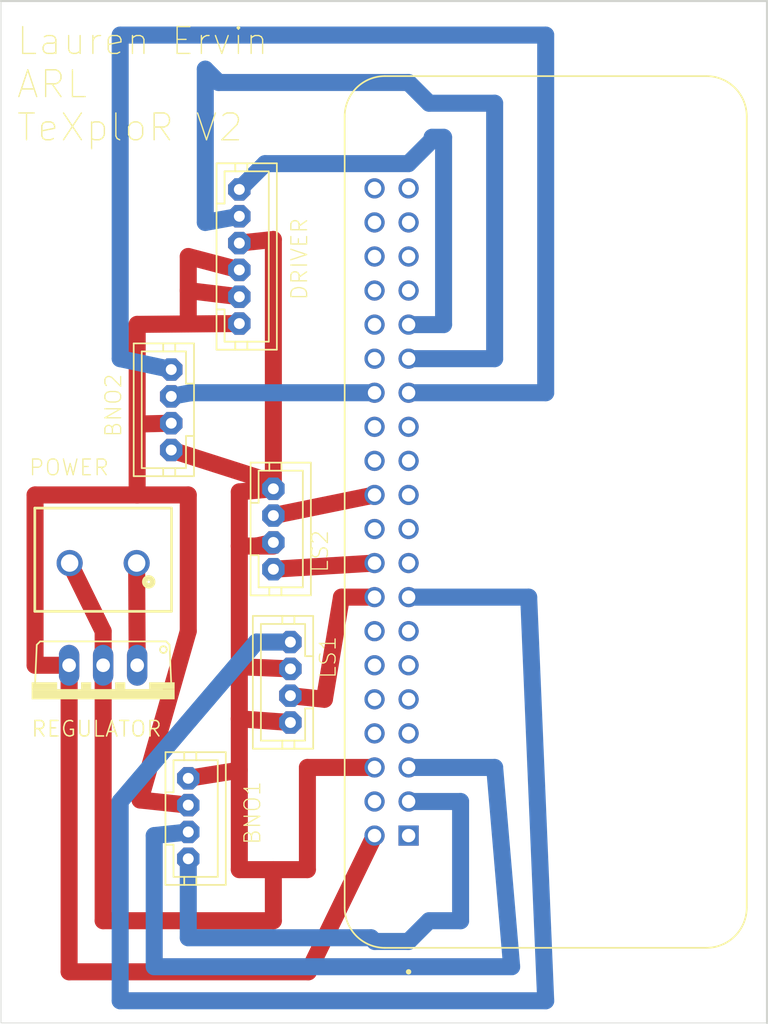
<source format=kicad_pcb>
(kicad_pcb (version 20240108) (generator "pcbnew") (generator_version "8.0")
  (layers (0 "F.Cu" signal) (31 "B.Cu" signal) (34 "B.Paste" user) (35 "F.Paste" user) (36 "B.SilkS" user "B.Silkscreen") (37 "F.SilkS" user "F.Silkscreen") (38 "B.Mask" user) (39 "F.Mask" user) (44 "Edge.Cuts" user))
  (net 0 "")
  (net 1 "3V3_1")
  (net 2 "5V_4")
  (net 3 "GND_9")
  (net 4 "GND_14")
  (net 5 "3V3_17")
  (net 6 "GND_20")
  (net 7 "GND_25")
  (net 8 "GND_30")
  (net 9 "GND_34")
  (net 10 "GND_39")
  (net 11 "VIN")
  (net 12 "5V")
  (net 13 "GND")
  (net 14 "SDA1")
  (net 15 "SCL1")
  (net 16 "SDA2")
  (net 17 "SCL2")
  (net 18 "DIR")
  (net 19 "STEP")
  (net 20 "GPIO22")
  (net 21 "GPIO23")
  (net 22 "GPIO24")
  (net 23 "GPIO25")
  (footprint "TeXploRV2:JST-PH6" (layer "F.Cu") (at 137.7061 85.9536 -90)
    (property "Reference" "DRIVER" (at -2.9536 -3.7939 90) (layer "F.SilkS") (effects (font (size 1.176528 1.176528) (thickness 0.093472)) (justify right top)))
    (property "Value" "" (hide yes))
    (fp_line (start -6.95 1.7) (end -3.95 1.7) (stroke (width 0.127)) (layer "F.SilkS"))
    (fp_line (start -3.95 1.7) (end 3.95 1.7) (stroke (width 0.127)) (layer "F.SilkS"))
    (fp_line (start 3.95 1.7) (end 6.95 1.7) (stroke (width 0.127)) (layer "F.SilkS"))
    (fp_line (start -6.35 1.1) (end -3.95 1.1) (stroke (width 0.127)) (layer "F.SilkS"))
    (fp_line (start -3.95 1.1) (end -3.95 1.7) (stroke (width 0.127)) (layer "F.SilkS"))
    (fp_line (start 3.95 1.1) (end 3.95 1.7) (stroke (width 0.127)) (layer "F.SilkS"))
    (fp_line (start 3.95 1.1) (end 6.35 1.1) (stroke (width 0.127)) (layer "F.SilkS"))
    (fp_line (start -6.95 0.3) (end -6.95 1.7) (stroke (width 0.127)) (layer "F.SilkS"))
    (fp_line (start -6.95 0.3) (end -6.35 0.3) (stroke (width 0.127)) (layer "F.SilkS"))
    (fp_line (start -6.35 0.3) (end -6.35 1.1) (stroke (width 0.127)) (layer "F.SilkS"))
    (fp_line (start 6.35 0.3) (end 6.35 1.1) (stroke (width 0.127)) (layer "F.SilkS"))
    (fp_line (start 6.35 0.3) (end 6.95 0.3) (stroke (width 0.127)) (layer "F.SilkS"))
    (fp_line (start 6.95 0.3) (end 6.95 1.7) (stroke (width 0.127)) (layer "F.SilkS"))
    (fp_line (start -6.95 -0.6) (end -6.95 0.3) (stroke (width 0.127)) (layer "F.SilkS"))
    (fp_line (start -6.95 -0.6) (end -6.35 -0.6) (stroke (width 0.127)) (layer "F.SilkS"))
    (fp_line (start -6.35 -0.6) (end -6.35 0.3) (stroke (width 0.127)) (layer "F.SilkS"))
    (fp_line (start 6.35 -0.6) (end 6.35 0.3) (stroke (width 0.127)) (layer "F.SilkS"))
    (fp_line (start 6.35 -0.6) (end 6.95 -0.6) (stroke (width 0.127)) (layer "F.SilkS"))
    (fp_line (start 6.95 -0.6) (end 6.95 0.3) (stroke (width 0.127)) (layer "F.SilkS"))
    (fp_line (start -6.35 -2.2) (end -6.35 -0.6) (stroke (width 0.127)) (layer "F.SilkS"))
    (fp_line (start -6.35 -2.2) (end 6.35 -2.2) (stroke (width 0.127)) (layer "F.SilkS"))
    (fp_line (start 6.35 -2.2) (end 6.35 -0.6) (stroke (width 0.127)) (layer "F.SilkS"))
    (fp_line (start -6.95 -2.8) (end -6.95 -0.6) (stroke (width 0.127)) (layer "F.SilkS"))
    (fp_line (start -6.95 -2.8) (end 6.95 -2.8) (stroke (width 0.127)) (layer "F.SilkS"))
    (fp_line (start 6.95 -2.8) (end 6.95 -0.6) (stroke (width 0.127)) (layer "F.SilkS"))
    (pad "1" thru_hole roundrect (at 5 0 270) (size 1.6764 1.6764) (drill 0.8128) (layers "*.Cu" "*.Mask") (chamfer_ratio 0.2928932188) (chamfer top_left top_right bottom_left bottom_right) (net 12 "5V"))
    (pad "2" thru_hole roundrect (at 3 0 270) (size 1.6764 1.6764) (drill 0.8128) (layers "*.Cu" "*.Mask") (chamfer_ratio 0.2928932188) (chamfer top_left top_right bottom_left bottom_right) (net 12 "5V"))
    (pad "3" thru_hole roundrect (at 1 0 270) (size 1.6764 1.6764) (drill 0.8128) (layers "*.Cu" "*.Mask") (chamfer_ratio 0.2928932188) (chamfer top_left top_right bottom_left bottom_right) (net 12 "5V"))
    (pad "4" thru_hole roundrect (at -1 0 270) (size 1.6764 1.6764) (drill 0.8128) (layers "*.Cu" "*.Mask") (chamfer_ratio 0.2928932188) (chamfer top_left top_right bottom_left bottom_right) (net 13 "GND"))
    (pad "5" thru_hole roundrect (at -3 0 270) (size 1.6764 1.6764) (drill 0.8128) (layers "*.Cu" "*.Mask") (chamfer_ratio 0.2928932188) (chamfer top_left top_right bottom_left bottom_right) (net 18 "DIR"))
    (pad "6" thru_hole roundrect (at -5 0 270) (size 1.6764 1.6764) (drill 0.8128) (layers "*.Cu" "*.Mask") (chamfer_ratio 0.2928932188) (chamfer top_left top_right bottom_left bottom_right) (net 19 "STEP"))
  )
  (footprint "TeXploRV2:JST-PH4" (layer "F.Cu") (at 133.8961 127.8636 -90)
    (property "Reference" "BNO1" (at -2.8636 -4.1039 90) (layer "F.SilkS") (effects (font (size 1.176528 1.176528) (thickness 0.093472)) (justify right top)))
    (property "Value" "" (hide yes))
    (fp_line (start -4.95 1.7) (end -1.95 1.7) (stroke (width 0.127)) (layer "F.SilkS"))
    (fp_line (start -1.95 1.7) (end 1.95 1.7) (stroke (width 0.127)) (layer "F.SilkS"))
    (fp_line (start 1.95 1.7) (end 4.95 1.7) (stroke (width 0.127)) (layer "F.SilkS"))
    (fp_line (start -4.35 1.1) (end -1.95 1.1) (stroke (width 0.127)) (layer "F.SilkS"))
    (fp_line (start -1.95 1.1) (end -1.95 1.7) (stroke (width 0.127)) (layer "F.SilkS"))
    (fp_line (start 1.95 1.1) (end 1.95 1.7) (stroke (width 0.127)) (layer "F.SilkS"))
    (fp_line (start 1.95 1.1) (end 4.35 1.1) (stroke (width 0.127)) (layer "F.SilkS"))
    (fp_line (start -4.95 0.3) (end -4.95 1.7) (stroke (width 0.127)) (layer "F.SilkS"))
    (fp_line (start -4.95 0.3) (end -4.35 0.3) (stroke (width 0.127)) (layer "F.SilkS"))
    (fp_line (start -4.35 0.3) (end -4.35 1.1) (stroke (width 0.127)) (layer "F.SilkS"))
    (fp_line (start 4.35 0.3) (end 4.35 1.1) (stroke (width 0.127)) (layer "F.SilkS"))
    (fp_line (start 4.35 0.3) (end 4.95 0.3) (stroke (width 0.127)) (layer "F.SilkS"))
    (fp_line (start 4.95 0.3) (end 4.95 1.7) (stroke (width 0.127)) (layer "F.SilkS"))
    (fp_line (start -4.95 -0.6) (end -4.95 0.3) (stroke (width 0.127)) (layer "F.SilkS"))
    (fp_line (start -4.95 -0.6) (end -4.35 -0.6) (stroke (width 0.127)) (layer "F.SilkS"))
    (fp_line (start -4.35 -0.6) (end -4.35 0.3) (stroke (width 0.127)) (layer "F.SilkS"))
    (fp_line (start 4.35 -0.6) (end 4.35 0.3) (stroke (width 0.127)) (layer "F.SilkS"))
    (fp_line (start 4.35 -0.6) (end 4.95 -0.6) (stroke (width 0.127)) (layer "F.SilkS"))
    (fp_line (start 4.95 -0.6) (end 4.95 0.3) (stroke (width 0.127)) (layer "F.SilkS"))
    (fp_line (start -4.35 -2.2) (end -4.35 -0.6) (stroke (width 0.127)) (layer "F.SilkS"))
    (fp_line (start -4.35 -2.2) (end 4.35 -2.2) (stroke (width 0.127)) (layer "F.SilkS"))
    (fp_line (start 4.35 -2.2) (end 4.35 -0.6) (stroke (width 0.127)) (layer "F.SilkS"))
    (fp_line (start -4.95 -2.8) (end -4.95 -0.6) (stroke (width 0.127)) (layer "F.SilkS"))
    (fp_line (start -4.95 -2.8) (end 4.95 -2.8) (stroke (width 0.127)) (layer "F.SilkS"))
    (fp_line (start 4.95 -2.8) (end 4.95 -0.6) (stroke (width 0.127)) (layer "F.SilkS"))
    (pad "1" thru_hole roundrect (at 3 0 270) (size 1.6764 1.6764) (drill 0.8128) (layers "*.Cu" "*.Mask") (chamfer_ratio 0.2928932188) (chamfer top_left top_right bottom_left bottom_right) (net 14 "SDA1"))
    (pad "2" thru_hole roundrect (at 1 0 270) (size 1.6764 1.6764) (drill 0.8128) (layers "*.Cu" "*.Mask") (chamfer_ratio 0.2928932188) (chamfer top_left top_right bottom_left bottom_right) (net 15 "SCL1"))
    (pad "3" thru_hole roundrect (at -1 0 270) (size 1.6764 1.6764) (drill 0.8128) (layers "*.Cu" "*.Mask") (chamfer_ratio 0.2928932188) (chamfer top_left top_right bottom_left bottom_right) (net 12 "5V"))
    (pad "4" thru_hole roundrect (at -3 0 270) (size 1.6764 1.6764) (drill 0.8128) (layers "*.Cu" "*.Mask") (chamfer_ratio 0.2928932188) (chamfer top_left top_right bottom_left bottom_right) (net 13 "GND"))
  )
  (footprint "TeXploRV2:JST-PH4" (layer "F.Cu") (at 140.2461 106.2736 -90)
    (property "Reference" "LS2" (at 0 -2.8 90) (layer "F.SilkS") (effects (font (size 1.176528 1.176528) (thickness 0.093472)) (justify right top)))
    (property "Value" "" (hide yes))
    (fp_line (start -4.95 1.7) (end -1.95 1.7) (stroke (width 0.127)) (layer "F.SilkS"))
    (fp_line (start -1.95 1.7) (end 1.95 1.7) (stroke (width 0.127)) (layer "F.SilkS"))
    (fp_line (start 1.95 1.7) (end 4.95 1.7) (stroke (width 0.127)) (layer "F.SilkS"))
    (fp_line (start -4.35 1.1) (end -1.95 1.1) (stroke (width 0.127)) (layer "F.SilkS"))
    (fp_line (start -1.95 1.1) (end -1.95 1.7) (stroke (width 0.127)) (layer "F.SilkS"))
    (fp_line (start 1.95 1.1) (end 1.95 1.7) (stroke (width 0.127)) (layer "F.SilkS"))
    (fp_line (start 1.95 1.1) (end 4.35 1.1) (stroke (width 0.127)) (layer "F.SilkS"))
    (fp_line (start -4.95 0.3) (end -4.95 1.7) (stroke (width 0.127)) (layer "F.SilkS"))
    (fp_line (start -4.95 0.3) (end -4.35 0.3) (stroke (width 0.127)) (layer "F.SilkS"))
    (fp_line (start -4.35 0.3) (end -4.35 1.1) (stroke (width 0.127)) (layer "F.SilkS"))
    (fp_line (start 4.35 0.3) (end 4.35 1.1) (stroke (width 0.127)) (layer "F.SilkS"))
    (fp_line (start 4.35 0.3) (end 4.95 0.3) (stroke (width 0.127)) (layer "F.SilkS"))
    (fp_line (start 4.95 0.3) (end 4.95 1.7) (stroke (width 0.127)) (layer "F.SilkS"))
    (fp_line (start -4.95 -0.6) (end -4.95 0.3) (stroke (width 0.127)) (layer "F.SilkS"))
    (fp_line (start -4.95 -0.6) (end -4.35 -0.6) (stroke (width 0.127)) (layer "F.SilkS"))
    (fp_line (start -4.35 -0.6) (end -4.35 0.3) (stroke (width 0.127)) (layer "F.SilkS"))
    (fp_line (start 4.35 -0.6) (end 4.35 0.3) (stroke (width 0.127)) (layer "F.SilkS"))
    (fp_line (start 4.35 -0.6) (end 4.95 -0.6) (stroke (width 0.127)) (layer "F.SilkS"))
    (fp_line (start 4.95 -0.6) (end 4.95 0.3) (stroke (width 0.127)) (layer "F.SilkS"))
    (fp_line (start -4.35 -2.2) (end -4.35 -0.6) (stroke (width 0.127)) (layer "F.SilkS"))
    (fp_line (start -4.35 -2.2) (end 4.35 -2.2) (stroke (width 0.127)) (layer "F.SilkS"))
    (fp_line (start 4.35 -2.2) (end 4.35 -0.6) (stroke (width 0.127)) (layer "F.SilkS"))
    (fp_line (start -4.95 -2.8) (end -4.95 -0.6) (stroke (width 0.127)) (layer "F.SilkS"))
    (fp_line (start -4.95 -2.8) (end 4.95 -2.8) (stroke (width 0.127)) (layer "F.SilkS"))
    (fp_line (start 4.95 -2.8) (end 4.95 -0.6) (stroke (width 0.127)) (layer "F.SilkS"))
    (pad "1" thru_hole roundrect (at 3 0 270) (size 1.6764 1.6764) (drill 0.8128) (layers "*.Cu" "*.Mask") (chamfer_ratio 0.2928932188) (chamfer top_left top_right bottom_left bottom_right) (net 22 "GPIO24"))
    (pad "2" thru_hole roundrect (at 1 0 270) (size 1.6764 1.6764) (drill 0.8128) (layers "*.Cu" "*.Mask") (chamfer_ratio 0.2928932188) (chamfer top_left top_right bottom_left bottom_right) (net 13 "GND"))
    (pad "3" thru_hole roundrect (at -1 0 270) (size 1.6764 1.6764) (drill 0.8128) (layers "*.Cu" "*.Mask") (chamfer_ratio 0.2928932188) (chamfer top_left top_right bottom_left bottom_right) (net 23 "GPIO25"))
    (pad "4" thru_hole roundrect (at -3 0 270) (size 1.6764 1.6764) (drill 0.8128) (layers "*.Cu" "*.Mask") (chamfer_ratio 0.2928932188) (chamfer top_left top_right bottom_left bottom_right) (net 13 "GND"))
  )
  (footprint "TeXploRV2:TO220V_262" (layer "F.Cu") (at 127.5461 118.9736 180)
    (property "Reference" "REGULATOR" (at -4.4539 -1.5264 0) (layer "F.SilkS") (effects (font (size 1.1557 1.1557) (thickness 0.1143)) (justify right top)))
    (property "Value" "7805TV")
    (fp_line (start 5.08 1.143) (end 4.953 4.064) (stroke (width 0.127)) (layer "F.SilkS"))
    (fp_line (start 4.699 4.318) (end 4.953 4.064) (stroke (width 0.127)) (layer "F.SilkS"))
    (fp_line (start 4.699 4.318) (end -4.699 4.318) (stroke (width 0.127)) (layer "F.SilkS"))
    (fp_line (start -4.953 4.064) (end -4.699 4.318) (stroke (width 0.127)) (layer "F.SilkS"))
    (fp_line (start -4.953 4.064) (end -5.08 1.143) (stroke (width 0.127)) (layer "F.SilkS"))
    (fp_circle (center -4.4958 3.7084) (end -4.2418 3.7084) (stroke (width 0.127)) (fill none) (layer "F.SilkS"))
    (fp_poly (pts (xy 3.429 1.27) (xy 5.334 1.27) (xy 5.334 0.762) (xy 3.429 0.762)) (fill solid) (layer "F.SilkS"))
    (fp_poly (pts (xy 0.889 1.27) (xy 1.651 1.27) (xy 1.651 0.762) (xy 0.889 0.762)) (fill solid) (layer "F.SilkS"))
    (fp_poly (pts (xy -1.651 1.27) (xy -0.889 1.27) (xy -0.889 0.762) (xy -1.651 0.762)) (fill solid) (layer "F.SilkS"))
    (fp_poly (pts (xy -5.334 1.27) (xy -3.429 1.27) (xy -3.429 0.762) (xy -5.334 0.762)) (fill solid) (layer "F.SilkS"))
    (fp_poly (pts (xy -5.334 0.762) (xy 5.334 0.762) (xy 5.334 0) (xy -5.334 0)) (fill solid) (layer "F.SilkS"))
    (pad "1" thru_hole oval (at -2.54 2.54 270) (size 3.048 1.524) (drill 1.016) (layers "*.Cu" "*.Mask") (net 11 "VIN"))
    (pad "2" thru_hole oval (at 0 2.54 270) (size 3.048 1.524) (drill 1.016) (layers "*.Cu" "*.Mask") (net 13 "GND"))
    (pad "3" thru_hole oval (at 2.54 2.54 270) (size 3.048 1.524) (drill 1.016) (layers "*.Cu" "*.Mask") (net 12 "5V"))
  )
  (footprint "TeXploRV2:JST-PH4" (layer "F.Cu") (at 141.5161 117.7036 90)
    (property "Reference" "LS1" (at 0.2036 3.4839 90) (layer "F.SilkS") (effects (font (size 1.176528 1.176528) (thickness 0.093472)) (justify left bottom)))
    (property "Value" "" (hide yes))
    (fp_line (start 4.95 -2.8) (end 4.95 -0.6) (stroke (width 0.127)) (layer "F.SilkS"))
    (fp_line (start -4.95 -2.8) (end 4.95 -2.8) (stroke (width 0.127)) (layer "F.SilkS"))
    (fp_line (start -4.95 -2.8) (end -4.95 -0.6) (stroke (width 0.127)) (layer "F.SilkS"))
    (fp_line (start 4.35 -2.2) (end 4.35 -0.6) (stroke (width 0.127)) (layer "F.SilkS"))
    (fp_line (start -4.35 -2.2) (end 4.35 -2.2) (stroke (width 0.127)) (layer "F.SilkS"))
    (fp_line (start -4.35 -2.2) (end -4.35 -0.6) (stroke (width 0.127)) (layer "F.SilkS"))
    (fp_line (start 4.95 -0.6) (end 4.95 0.3) (stroke (width 0.127)) (layer "F.SilkS"))
    (fp_line (start 4.35 -0.6) (end 4.95 -0.6) (stroke (width 0.127)) (layer "F.SilkS"))
    (fp_line (start 4.35 -0.6) (end 4.35 0.3) (stroke (width 0.127)) (layer "F.SilkS"))
    (fp_line (start -4.35 -0.6) (end -4.35 0.3) (stroke (width 0.127)) (layer "F.SilkS"))
    (fp_line (start -4.95 -0.6) (end -4.35 -0.6) (stroke (width 0.127)) (layer "F.SilkS"))
    (fp_line (start -4.95 -0.6) (end -4.95 0.3) (stroke (width 0.127)) (layer "F.SilkS"))
    (fp_line (start 4.95 0.3) (end 4.95 1.7) (stroke (width 0.127)) (layer "F.SilkS"))
    (fp_line (start 4.35 0.3) (end 4.95 0.3) (stroke (width 0.127)) (layer "F.SilkS"))
    (fp_line (start 4.35 0.3) (end 4.35 1.1) (stroke (width 0.127)) (layer "F.SilkS"))
    (fp_line (start -4.35 0.3) (end -4.35 1.1) (stroke (width 0.127)) (layer "F.SilkS"))
    (fp_line (start -4.95 0.3) (end -4.35 0.3) (stroke (width 0.127)) (layer "F.SilkS"))
    (fp_line (start -4.95 0.3) (end -4.95 1.7) (stroke (width 0.127)) (layer "F.SilkS"))
    (fp_line (start 1.95 1.1) (end 4.35 1.1) (stroke (width 0.127)) (layer "F.SilkS"))
    (fp_line (start 1.95 1.1) (end 1.95 1.7) (stroke (width 0.127)) (layer "F.SilkS"))
    (fp_line (start -1.95 1.1) (end -1.95 1.7) (stroke (width 0.127)) (layer "F.SilkS"))
    (fp_line (start -4.35 1.1) (end -1.95 1.1) (stroke (width 0.127)) (layer "F.SilkS"))
    (fp_line (start 1.95 1.7) (end 4.95 1.7) (stroke (width 0.127)) (layer "F.SilkS"))
    (fp_line (start -1.95 1.7) (end 1.95 1.7) (stroke (width 0.127)) (layer "F.SilkS"))
    (fp_line (start -4.95 1.7) (end -1.95 1.7) (stroke (width 0.127)) (layer "F.SilkS"))
    (pad "1" thru_hole roundrect (at 3 0 90) (size 1.6764 1.6764) (drill 0.8128) (layers "*.Cu" "*.Mask") (chamfer_ratio 0.2928932188) (chamfer top_left top_right bottom_left bottom_right) (net 20 "GPIO22"))
    (pad "2" thru_hole roundrect (at 1 0 90) (size 1.6764 1.6764) (drill 0.8128) (layers "*.Cu" "*.Mask") (chamfer_ratio 0.2928932188) (chamfer top_left top_right bottom_left bottom_right) (net 13 "GND"))
    (pad "3" thru_hole roundrect (at -1 0 90) (size 1.6764 1.6764) (drill 0.8128) (layers "*.Cu" "*.Mask") (chamfer_ratio 0.2928932188) (chamfer top_left top_right bottom_left bottom_right) (net 21 "GPIO23"))
    (pad "4" thru_hole roundrect (at -3 0 90) (size 1.6764 1.6764) (drill 0.8128) (layers "*.Cu" "*.Mask") (chamfer_ratio 0.2928932188) (chamfer top_left top_right bottom_left bottom_right) (net 13 "GND"))
  )
  (footprint "TeXploRV2:JST-PH4" (layer "F.Cu") (at 132.6261 97.3836 90)
    (property "Reference" "BNO2" (at -2.1164 -3.6261 90) (layer "F.SilkS") (effects (font (size 1.176528 1.176528) (thickness 0.093472)) (justify left bottom)))
    (property "Value" "" (hide yes))
    (fp_line (start 4.95 -2.8) (end 4.95 -0.6) (stroke (width 0.127)) (layer "F.SilkS"))
    (fp_line (start -4.95 -2.8) (end 4.95 -2.8) (stroke (width 0.127)) (layer "F.SilkS"))
    (fp_line (start -4.95 -2.8) (end -4.95 -0.6) (stroke (width 0.127)) (layer "F.SilkS"))
    (fp_line (start 4.35 -2.2) (end 4.35 -0.6) (stroke (width 0.127)) (layer "F.SilkS"))
    (fp_line (start -4.35 -2.2) (end 4.35 -2.2) (stroke (width 0.127)) (layer "F.SilkS"))
    (fp_line (start -4.35 -2.2) (end -4.35 -0.6) (stroke (width 0.127)) (layer "F.SilkS"))
    (fp_line (start 4.95 -0.6) (end 4.95 0.3) (stroke (width 0.127)) (layer "F.SilkS"))
    (fp_line (start 4.35 -0.6) (end 4.95 -0.6) (stroke (width 0.127)) (layer "F.SilkS"))
    (fp_line (start 4.35 -0.6) (end 4.35 0.3) (stroke (width 0.127)) (layer "F.SilkS"))
    (fp_line (start -4.35 -0.6) (end -4.35 0.3) (stroke (width 0.127)) (layer "F.SilkS"))
    (fp_line (start -4.95 -0.6) (end -4.35 -0.6) (stroke (width 0.127)) (layer "F.SilkS"))
    (fp_line (start -4.95 -0.6) (end -4.95 0.3) (stroke (width 0.127)) (layer "F.SilkS"))
    (fp_line (start 4.95 0.3) (end 4.95 1.7) (stroke (width 0.127)) (layer "F.SilkS"))
    (fp_line (start 4.35 0.3) (end 4.95 0.3) (stroke (width 0.127)) (layer "F.SilkS"))
    (fp_line (start 4.35 0.3) (end 4.35 1.1) (stroke (width 0.127)) (layer "F.SilkS"))
    (fp_line (start -4.35 0.3) (end -4.35 1.1) (stroke (width 0.127)) (layer "F.SilkS"))
    (fp_line (start -4.95 0.3) (end -4.35 0.3) (stroke (width 0.127)) (layer "F.SilkS"))
    (fp_line (start -4.95 0.3) (end -4.95 1.7) (stroke (width 0.127)) (layer "F.SilkS"))
    (fp_line (start 1.95 1.1) (end 4.35 1.1) (stroke (width 0.127)) (layer "F.SilkS"))
    (fp_line (start 1.95 1.1) (end 1.95 1.7) (stroke (width 0.127)) (layer "F.SilkS"))
    (fp_line (start -1.95 1.1) (end -1.95 1.7) (stroke (width 0.127)) (layer "F.SilkS"))
    (fp_line (start -4.35 1.1) (end -1.95 1.1) (stroke (width 0.127)) (layer "F.SilkS"))
    (fp_line (start 1.95 1.7) (end 4.95 1.7) (stroke (width 0.127)) (layer "F.SilkS"))
    (fp_line (start -1.95 1.7) (end 1.95 1.7) (stroke (width 0.127)) (layer "F.SilkS"))
    (fp_line (start -4.95 1.7) (end -1.95 1.7) (stroke (width 0.127)) (layer "F.SilkS"))
    (pad "1" thru_hole roundrect (at 3 0 90) (size 1.6764 1.6764) (drill 0.8128) (layers "*.Cu" "*.Mask") (chamfer_ratio 0.2928932188) (chamfer top_left top_right bottom_left bottom_right) (net 16 "SDA2"))
    (pad "2" thru_hole roundrect (at 1 0 90) (size 1.6764 1.6764) (drill 0.8128) (layers "*.Cu" "*.Mask") (chamfer_ratio 0.2928932188) (chamfer top_left top_right bottom_left bottom_right) (net 17 "SCL2"))
    (pad "3" thru_hole roundrect (at -1 0 90) (size 1.6764 1.6764) (drill 0.8128) (layers "*.Cu" "*.Mask") (chamfer_ratio 0.2928932188) (chamfer top_left top_right bottom_left bottom_right) (net 12 "5V"))
    (pad "4" thru_hole roundrect (at -3 0 90) (size 1.6764 1.6764) (drill 0.8128) (layers "*.Cu" "*.Mask") (chamfer_ratio 0.2928932188) (chamfer top_left top_right bottom_left bottom_right) (net 13 "GND"))
  )
  (footprint "TeXploRV2:691137710002_16177944" (layer "F.Cu") (at 127.5461 108.8136 180)
    (property "Reference" "POWER" (at 2.5461 7.8136 0) (layer "F.SilkS") (effects (font (size 1.176528 1.176528) (thickness 0.093472)) (justify top)))
    (property "Value" " 691137710002 " (hide yes))
    (fp_line (start 5.1 4.1) (end -5.1 4.1) (stroke (width 0.2)) (layer "F.SilkS"))
    (fp_line (start 5.1 -3.6) (end 5.1 4.1) (stroke (width 0.2)) (layer "F.SilkS"))
    (fp_line (start -5.1 4.1) (end -5.1 -3.6) (stroke (width 0.2)) (layer "F.SilkS"))
    (fp_line (start -5.1 -3.6) (end 5.1 -3.6) (stroke (width 0.2)) (layer "F.SilkS"))
    (fp_circle (center -3.4 -1.4) (end -3.3 -1.4) (stroke (width 0.4)) (fill none) (layer "F.SilkS"))
    (pad "1" thru_hole circle (at -2.5 0 180) (size 1.95 1.95) (drill 1.3) (layers "*.Cu" "*.Mask") (net 11 "VIN"))
    (pad "2" thru_hole circle (at 2.5 0 180) (size 1.95 1.95) (drill 1.3) (layers "*.Cu" "*.Mask") (net 13 "GND"))
  )
  (footprint "TeXploRV2:MODULE_RASPBERRY_PI_ZERO_2_W" (layer "F.Cu") (at 160.5661 105.0036 90)
    (property "Reference" "U1" (hide yes))
    (property "Value" "RASPBERRY_PI_ZERO_2_W" (hide yes))
    (fp_line (start 29.5 -15) (end -29.5 -15) (stroke (width 0.127)) (layer "F.SilkS"))
    (fp_line (start -32.5 -12) (end -32.5 12) (stroke (width 0.127)) (layer "F.SilkS"))
    (fp_line (start 32.5 12) (end 32.5 -12) (stroke (width 0.127)) (layer "F.SilkS"))
    (fp_line (start 17 15) (end 25.35 15) (stroke (width 0.127)) (layer "F.SilkS"))
    (fp_line (start 4.4 15) (end 12.75 15) (stroke (width 0.127)) (layer "F.SilkS"))
    (fp_line (start -29.5 15) (end 29.5 15) (stroke (width 0.127)) (layer "F.SilkS"))
    (fp_arc (start 29.5 -15) (mid 31.62132 -14.12132) (end 32.5 -12) (stroke (width 0.127)) (layer "F.SilkS"))
    (fp_arc (start -32.5 -12) (mid -31.62132 -14.12132) (end -29.5 -15) (stroke (width 0.127)) (layer "F.SilkS"))
    (fp_arc (start 32.5 12) (mid 31.62132 14.12132) (end 29.5 15) (stroke (width 0.127)) (layer "F.SilkS"))
    (fp_arc (start -29.5 15) (mid -31.62132 14.12132) (end -32.5 12) (stroke (width 0.127)) (layer "F.SilkS"))
    (fp_circle (center -34.29 -10.23) (end -34.19 -10.23) (stroke (width 0.2)) (fill none) (layer "F.SilkS"))
    (pad "" np_thru_hole circle (at -29 -11.5 90) (size 2.75 2.75) (drill 2.75) (layers "*.Cu" "*.Mask"))
    (pad "" np_thru_hole circle (at -29 11.5 90) (size 2.75 2.75) (drill 2.75) (layers "*.Cu" "*.Mask"))
    (pad "" np_thru_hole circle (at 29 -11.5 90) (size 2.75 2.75) (drill 2.75) (layers "*.Cu" "*.Mask"))
    (pad "" np_thru_hole circle (at 29 11.5 90) (size 2.75 2.75) (drill 2.75) (layers "*.Cu" "*.Mask"))
    (pad "1" thru_hole rect (at -24.13 -10.23 90) (size 1.508 1.508) (drill 1) (layers "*.Cu" "*.Mask") (net 1 "3V3_1"))
    (pad "2" thru_hole circle (at -24.13 -12.77 90) (size 1.508 1.508) (drill 1) (layers "*.Cu" "*.Mask") (net 12 "5V"))
    (pad "3" thru_hole circle (at -21.59 -10.23 90) (size 1.508 1.508) (drill 1) (layers "*.Cu" "*.Mask") (net 14 "SDA1"))
    (pad "4" thru_hole circle (at -21.59 -12.77 90) (size 1.508 1.508) (drill 1) (layers "*.Cu" "*.Mask") (net 2 "5V_4"))
    (pad "5" thru_hole circle (at -19.05 -10.23 90) (size 1.508 1.508) (drill 1) (layers "*.Cu" "*.Mask") (net 15 "SCL1"))
    (pad "6" thru_hole circle (at -19.05 -12.77 90) (size 1.508 1.508) (drill 1) (layers "*.Cu" "*.Mask") (net 13 "GND"))
    (pad "7" thru_hole circle (at -16.51 -10.23 90) (size 1.508 1.508) (drill 1) (layers "*.Cu" "*.Mask"))
    (pad "8" thru_hole circle (at -16.51 -12.77 90) (size 1.508 1.508) (drill 1) (layers "*.Cu" "*.Mask"))
    (pad "9" thru_hole circle (at -13.97 -10.23 90) (size 1.508 1.508) (drill 1) (layers "*.Cu" "*.Mask") (net 3 "GND_9"))
    (pad "10" thru_hole circle (at -13.97 -12.77 90) (size 1.508 1.508) (drill 1) (layers "*.Cu" "*.Mask"))
    (pad "11" thru_hole circle (at -11.43 -10.23 90) (size 1.508 1.508) (drill 1) (layers "*.Cu" "*.Mask"))
    (pad "12" thru_hole circle (at -11.43 -12.77 90) (size 1.508 1.508) (drill 1) (layers "*.Cu" "*.Mask"))
    (pad "13" thru_hole circle (at -8.89 -10.23 90) (size 1.508 1.508) (drill 1) (layers "*.Cu" "*.Mask"))
    (pad "14" thru_hole circle (at -8.89 -12.77 90) (size 1.508 1.508) (drill 1) (layers "*.Cu" "*.Mask") (net 4 "GND_14"))
    (pad "15" thru_hole circle (at -6.35 -10.23 90) (size 1.508 1.508) (drill 1) (layers "*.Cu" "*.Mask") (net 20 "GPIO22"))
    (pad "16" thru_hole circle (at -6.35 -12.77 90) (size 1.508 1.508) (drill 1) (layers "*.Cu" "*.Mask") (net 21 "GPIO23"))
    (pad "17" thru_hole circle (at -3.81 -10.23 90) (size 1.508 1.508) (drill 1) (layers "*.Cu" "*.Mask") (net 5 "3V3_17"))
    (pad "18" thru_hole circle (at -3.81 -12.77 90) (size 1.508 1.508) (drill 1) (layers "*.Cu" "*.Mask") (net 22 "GPIO24"))
    (pad "19" thru_hole circle (at -1.27 -10.23 90) (size 1.508 1.508) (drill 1) (layers "*.Cu" "*.Mask"))
    (pad "20" thru_hole circle (at -1.27 -12.77 90) (size 1.508 1.508) (drill 1) (layers "*.Cu" "*.Mask") (net 6 "GND_20"))
    (pad "21" thru_hole circle (at 1.27 -10.23 90) (size 1.508 1.508) (drill 1) (layers "*.Cu" "*.Mask"))
    (pad "22" thru_hole circle (at 1.27 -12.77 90) (size 1.508 1.508) (drill 1) (layers "*.Cu" "*.Mask") (net 23 "GPIO25"))
    (pad "23" thru_hole circle (at 3.81 -10.23 90) (size 1.508 1.508) (drill 1) (layers "*.Cu" "*.Mask"))
    (pad "24" thru_hole circle (at 3.81 -12.77 90) (size 1.508 1.508) (drill 1) (layers "*.Cu" "*.Mask"))
    (pad "25" thru_hole circle (at 6.35 -10.23 90) (size 1.508 1.508) (drill 1) (layers "*.Cu" "*.Mask") (net 7 "GND_25"))
    (pad "26" thru_hole circle (at 6.35 -12.77 90) (size 1.508 1.508) (drill 1) (layers "*.Cu" "*.Mask"))
    (pad "27" thru_hole circle (at 8.89 -10.23 90) (size 1.508 1.508) (drill 1) (layers "*.Cu" "*.Mask") (net 16 "SDA2"))
    (pad "28" thru_hole circle (at 8.89 -12.77 90) (size 1.508 1.508) (drill 1) (layers "*.Cu" "*.Mask") (net 17 "SCL2"))
    (pad "29" thru_hole circle (at 11.43 -10.23 90) (size 1.508 1.508) (drill 1) (layers "*.Cu" "*.Mask") (net 18 "DIR"))
    (pad "30" thru_hole circle (at 11.43 -12.77 90) (size 1.508 1.508) (drill 1) (layers "*.Cu" "*.Mask") (net 8 "GND_30"))
    (pad "31" thru_hole circle (at 13.97 -10.23 90) (size 1.508 1.508) (drill 1) (layers "*.Cu" "*.Mask") (net 19 "STEP"))
    (pad "32" thru_hole circle (at 13.97 -12.77 90) (size 1.508 1.508) (drill 1) (layers "*.Cu" "*.Mask"))
    (pad "33" thru_hole circle (at 16.51 -10.23 90) (size 1.508 1.508) (drill 1) (layers "*.Cu" "*.Mask"))
    (pad "34" thru_hole circle (at 16.51 -12.77 90) (size 1.508 1.508) (drill 1) (layers "*.Cu" "*.Mask") (net 9 "GND_34"))
    (pad "35" thru_hole circle (at 19.05 -10.23 90) (size 1.508 1.508) (drill 1) (layers "*.Cu" "*.Mask"))
    (pad "36" thru_hole circle (at 19.05 -12.77 90) (size 1.508 1.508) (drill 1) (layers "*.Cu" "*.Mask"))
    (pad "37" thru_hole circle (at 21.59 -10.23 90) (size 1.508 1.508) (drill 1) (layers "*.Cu" "*.Mask"))
    (pad "38" thru_hole circle (at 21.59 -12.77 90) (size 1.508 1.508) (drill 1) (layers "*.Cu" "*.Mask"))
    (pad "39" thru_hole circle (at 24.13 -10.23 90) (size 1.508 1.508) (drill 1) (layers "*.Cu" "*.Mask") (net 10 "GND_39"))
    (pad "40" thru_hole circle (at 24.13 -12.77 90) (size 1.508 1.508) (drill 1) (layers "*.Cu" "*.Mask"))
  )
  (gr_line (start 177.0761 66.9036) (end 177.0761 143.1036) (stroke (width 0.1524)) (layer "Edge.Cuts"))
  (gr_line (start 119.9261 143.1036) (end 177.0761 143.1036) (stroke (width 0.05)) (layer "Edge.Cuts"))
  (gr_line (start 119.9261 66.9036) (end 119.9261 143.1036) (stroke (width 0.05)) (layer "Edge.Cuts"))
  (gr_line (start 177.0761 66.9036) (end 119.9261 66.9036) (stroke (width 0.1524)) (layer "Edge.Cuts"))
  (gr_text "Lauren Ervin\nARL\nTeXploR V2" (at 121 77.5 0) (layer "F.SilkS") (effects (font (size 2 2) (thickness 0.1)) (justify left bottom)))
  (segment (start 130.0461 108.8136) (end 130.0861 116.4336) (width 1.27) (layer "F.Cu") (net 11))
  (segment (start 130.083428 98.451169) (end 132.6261 98.3836) (width 1.27) (layer "F.Cu") (net 12))
  (segment (start 133.895706 90.983604) (end 133.8959 88.4936) (width 1.27) (layer "F.Cu") (net 12))
  (segment (start 130.083428 98.451169) (end 130.086087 91.0136) (width 1.27) (layer "F.Cu") (net 12))
  (segment (start 125.0061 139.2936) (end 142.8561 139.2936) (width 1.27) (layer "F.Cu") (net 12))
  (segment (start 133.8959 88.4936) (end 133.8961 85.9536) (width 1.27) (layer "F.Cu") (net 12))
  (segment (start 133.8961 113.8936) (end 133.8961 103.7336) (width 1.27) (layer "F.Cu") (net 12))
  (segment (start 122.4661 103.7336) (end 130.081543 103.7336) (width 1.27) (layer "F.Cu") (net 12))
  (segment (start 125.0061 116.4336) (end 122.4661 116.4336) (width 1.27) (layer "F.Cu") (net 12))
  (segment (start 142.8561 139.2936) (end 147.7961 129.1336) (width 1.27) (layer "F.Cu") (net 12))
  (segment (start 133.895706 90.983604) (end 137.7061 90.9536) (width 1.27) (layer "F.Cu") (net 12))
  (segment (start 130.086087 91.0136) (end 133.895706 90.983604) (width 1.27) (layer "F.Cu") (net 12))
  (segment (start 130.081543 103.7336) (end 130.083428 98.451169) (width 1.27) (layer "F.Cu") (net 12))
  (segment (start 122.4661 116.4336) (end 122.4661 103.7336) (width 1.27) (layer "F.Cu") (net 12))
  (segment (start 133.8961 85.9536) (end 137.7061 86.9536) (width 1.27) (layer "F.Cu") (net 12))
  (segment (start 133.8961 126.8636) (end 130.299615 126.481297) (width 1.27) (layer "F.Cu") (net 12))
  (segment (start 133.8959 88.4936) (end 137.7061 88.9536) (width 1.27) (layer "F.Cu") (net 12))
  (segment (start 130.299615 126.481297) (end 133.8961 113.8936) (width 1.27) (layer "F.Cu") (net 12))
  (segment (start 133.8961 103.7336) (end 130.081543 103.7336) (width 1.27) (layer "F.Cu") (net 12))
  (segment (start 125.0061 116.4336) (end 125.0061 139.2936) (width 1.27) (layer "F.Cu") (net 12))
  (segment (start 140.2461 103.2736) (end 140.2461 84.6836) (width 1.27) (layer "F.Cu") (net 13))
  (segment (start 142.7861 131.6736) (end 142.7861 124.0536) (width 1.27) (layer "F.Cu") (net 13))
  (segment (start 137.7061 107.5436) (end 137.7061 103.5036) (width 1.27) (layer "F.Cu") (net 13))
  (segment (start 142.7861 124.0536) (end 147.7961 124.0536) (width 1.27) (layer "F.Cu") (net 13))
  (segment (start 137.7061 116.5416) (end 141.5161 116.7036) (width 1.27) (layer "F.Cu") (net 13))
  (segment (start 137.7061 116.5416) (end 137.7061 107.5436) (width 1.27) (layer "F.Cu") (net 13))
  (segment (start 127.5461 113.8936) (end 127.5461 116.4336) (width 1.27) (layer "F.Cu") (net 13))
  (segment (start 139.570725 102.598225) (end 132.6261 100.3836) (width 1.27) (layer "F.Cu") (net 13))
  (segment (start 138.9761 107.5436) (end 140.2461 107.5436) (width 1.27) (layer "F.Cu") (net 13))
  (segment (start 133.8961 124.8636) (end 137.7061 124.2561) (width 1.27) (layer "F.Cu") (net 13))
  (segment (start 137.7061 120.4276) (end 141.5161 120.7036) (width 1.27) (layer "F.Cu") (net 13))
  (segment (start 140.2461 103.2736) (end 139.570725 102.598225) (width 1.27) (layer "F.Cu") (net 13))
  (segment (start 140.2461 84.6836) (end 137.7061 84.9536) (width 1.27) (layer "F.Cu") (net 13))
  (segment (start 137.7061 120.4276) (end 137.7061 116.5416) (width 1.27) (layer "F.Cu") (net 13))
  (segment (start 138.9761 107.5436) (end 140.2461 107.2736) (width 1.27) (layer "F.Cu") (net 13))
  (segment (start 127.5461 135.4836) (end 140.2461 135.4836) (width 1.27) (layer "F.Cu") (net 13))
  (segment (start 140.2461 131.6736) (end 142.7861 131.6736) (width 1.27) (layer "F.Cu") (net 13))
  (segment (start 137.7061 131.6736) (end 137.7061 124.2561) (width 1.27) (layer "F.Cu") (net 13))
  (segment (start 137.7061 131.6736) (end 140.2461 131.6736) (width 1.27) (layer "F.Cu") (net 13))
  (segment (start 137.7061 103.5036) (end 140.2461 103.2736) (width 1.27) (layer "F.Cu") (net 13))
  (segment (start 125.0461 108.8136) (end 127.5461 113.8936) (width 1.27) (layer "F.Cu") (net 13))
  (segment (start 127.5461 116.4336) (end 127.5461 135.4836) (width 1.27) (layer "F.Cu") (net 13))
  (segment (start 140.2461 135.4836) (end 140.2461 131.6736) (width 1.27) (layer "F.Cu") (net 13))
  (segment (start 137.7061 107.5436) (end 138.9761 107.5436) (width 1.27) (layer "F.Cu") (net 13))
  (segment (start 137.7061 124.2561) (end 137.7061 120.4276) (width 1.27) (layer "F.Cu") (net 13))
  (segment (start 147.536687 136.7536) (end 147.812687 137.0296) (width 1.27) (layer "B.Cu") (net 14))
  (segment (start 133.8961 136.7536) (end 147.536687 136.7536) (width 1.27) (layer "B.Cu") (net 14))
  (segment (start 154.2161 126.5936) (end 150.3361 126.5936) (width 1.27) (layer "B.Cu") (net 14))
  (segment (start 151.865512 135.4836) (end 154.2161 135.4836) (width 1.27) (layer "B.Cu") (net 14))
  (segment (start 133.8961 130.8636) (end 133.8961 136.7536) (width 1.27) (layer "B.Cu") (net 14))
  (segment (start 154.2161 135.4836) (end 154.2161 126.5936) (width 1.27) (layer "B.Cu") (net 14))
  (segment (start 150.319512 137.0296) (end 151.865512 135.4836) (width 1.27) (layer "B.Cu") (net 14))
  (segment (start 147.812687 137.0296) (end 150.319512 137.0296) (width 1.27) (layer "B.Cu") (net 14))
  (segment (start 133.8961 128.8636) (end 131.3561 129.1336) (width 1.27) (layer "B.Cu") (net 15))
  (segment (start 131.3561 138.9126) (end 158.0261 138.9126) (width 1.27) (layer "B.Cu") (net 15))
  (segment (start 156.7561 124.0536) (end 150.3361 124.0536) (width 1.27) (layer "B.Cu") (net 15))
  (segment (start 158.0261 138.9126) (end 156.7561 124.0536) (width 1.27) (layer "B.Cu") (net 15))
  (segment (start 131.3561 129.1336) (end 131.3561 138.9126) (width 1.27) (layer "B.Cu") (net 15))
  (segment (start 128.8161 69.4436) (end 160.5661 69.4436) (width 1.27) (layer "B.Cu") (net 16))
  (segment (start 160.5661 69.4436) (end 160.5661 96.1136) (width 1.27) (layer "B.Cu") (net 16))
  (segment (start 128.8161 93.5736) (end 128.8161 69.4436) (width 1.27) (layer "B.Cu") (net 16))
  (segment (start 132.6261 94.3836) (end 128.8161 93.5736) (width 1.27) (layer "B.Cu") (net 16))
  (segment (start 160.5661 96.1136) (end 150.3361 96.1136) (width 1.27) (layer "B.Cu") (net 16))
  (segment (start 134.083715 96.1136) (end 132.6261 96.3836) (width 1.27) (layer "B.Cu") (net 17))
  (segment (start 134.083715 96.1136) (end 147.7961 96.1136) (width 1.27) (layer "B.Cu") (net 17))
  (segment (start 137.7061 82.9536) (end 135.1661 83.4136) (width 1.27) (layer "B.Cu") (net 18))
  (segment (start 156.7561 93.5736) (end 150.3361 93.5736) (width 1.27) (layer "B.Cu") (net 18))
  (segment (start 136.1601 72.9776) (end 150.319512 72.9776) (width 1.27) (layer "B.Cu") (net 18))
  (segment (start 135.1661 71.9836) (end 136.1601 72.9776) (width 1.27) (layer "B.Cu") (net 18))
  (segment (start 135.1661 83.4136) (end 135.1661 71.9836) (width 1.27) (layer "B.Cu") (net 18))
  (segment (start 151.865512 74.5236) (end 156.7561 74.5236) (width 1.27) (layer "B.Cu") (net 18))
  (segment (start 156.7561 74.5236) (end 156.7561 93.5736) (width 1.27) (layer "B.Cu") (net 18))
  (segment (start 150.319512 72.9776) (end 151.865512 74.5236) (width 1.27) (layer "B.Cu") (net 18))
  (segment (start 139.6301 79.0296) (end 150.319512 79.0296) (width 1.27) (layer "B.Cu") (net 19))
  (segment (start 152.0921 77.257013) (end 152.0921 77.0636) (width 1.27) (layer "B.Cu") (net 19))
  (segment (start 150.319512 79.0296) (end 152.0921 77.257013) (width 1.27) (layer "B.Cu") (net 19))
  (segment (start 152.0921 77.0636) (end 152.9461 77.0636) (width 1.27) (layer "B.Cu") (net 19))
  (segment (start 137.7061 80.9536) (end 139.6301 79.0296) (width 1.27) (layer "B.Cu") (net 19))
  (segment (start 152.9461 91.0336) (end 150.3361 91.0336) (width 1.27) (layer "B.Cu") (net 19))
  (segment (start 152.9461 77.0636) (end 152.9461 91.0336) (width 1.27) (layer "B.Cu") (net 19))
  (segment (start 141.5161 114.7036) (end 138.9761 114.7036) (width 1.27) (layer "B.Cu") (net 20))
  (segment (start 128.8161 126.5936) (end 128.8161 141.4526) (width 1.27) (layer "B.Cu") (net 20))
  (segment (start 160.5661 141.4526) (end 159.2961 111.3536) (width 1.27) (layer "B.Cu") (net 20))
  (segment (start 128.8161 141.4526) (end 160.5661 141.4526) (width 1.27) (layer "B.Cu") (net 20))
  (segment (start 138.9761 114.7036) (end 128.8161 126.5936) (width 1.27) (layer "B.Cu") (net 20))
  (segment (start 159.2961 111.3536) (end 150.3361 111.3536) (width 1.27) (layer "B.Cu") (net 20))
  (segment (start 141.5161 118.7036) (end 144.0561 118.9736) (width 1.27) (layer "F.Cu") (net 21))
  (segment (start 145.3261 111.3536) (end 147.7961 111.3536) (width 1.27) (layer "F.Cu") (net 21))
  (segment (start 144.0561 118.9736) (end 145.3261 111.3536) (width 1.27) (layer "F.Cu") (net 21))
  (segment (start 140.2461 109.2736) (end 147.7961 108.8136) (width 1.27) (layer "F.Cu") (net 22))
  (segment (start 140.2461 105.2736) (end 147.7961 103.7336) (width 1.27) (layer "F.Cu") (net 23))
)
</source>
